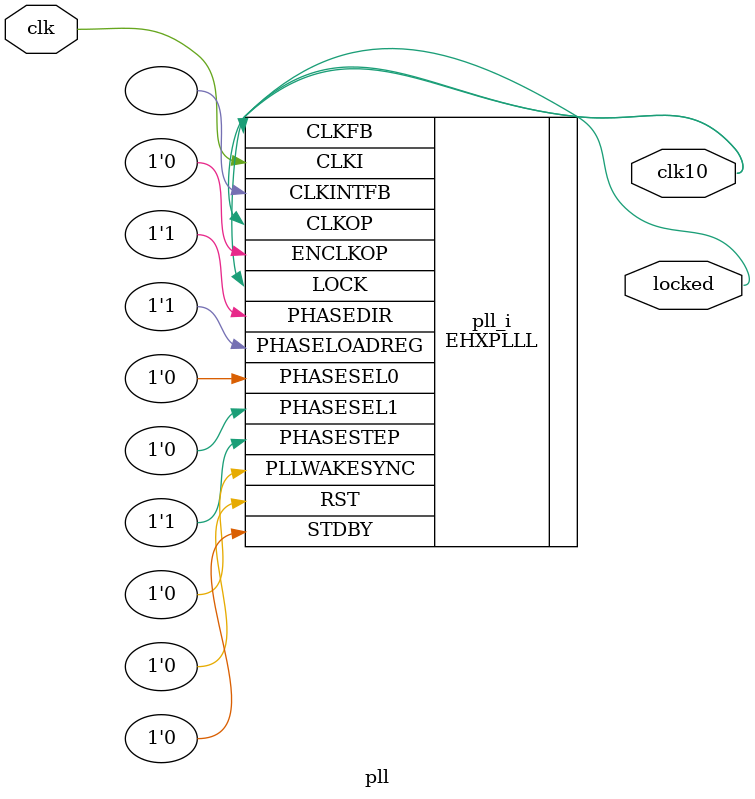
<source format=v>
module pll (
	clk,
	clk10,
	locked
);
	input clk;
	output wire clk10;
	output wire locked;
	(* FREQUENCY_PIN_CLKI = "20" *) (* FREQUENCY_PIN_CLKOP = "10" *) (* ICP_CURRENT = "12" *) (* LPF_RESISTOR = "8" *) (* MFG_ENABLE_FILTEROPAMP = "1" *) (* MFG_GMCREF_SEL = "2" *) EHXPLLL #(
		.PLLRST_ENA("DISABLED"),
		.INTFB_WAKE("DISABLED"),
		.STDBY_ENABLE("DISABLED"),
		.DPHASE_SOURCE("DISABLED"),
		.OUTDIVIDER_MUXA("DIVA"),
		.OUTDIVIDER_MUXB("DIVB"),
		.OUTDIVIDER_MUXC("DIVC"),
		.OUTDIVIDER_MUXD("DIVD"),
		.CLKI_DIV(2),
		.CLKOP_ENABLE("ENABLED"),
		.CLKOP_DIV(60),
		.CLKOP_CPHASE(30),
		.CLKOP_FPHASE(0),
		.FEEDBK_PATH("CLKOP"),
		.CLKFB_DIV(1)
	) pll_i(
		.RST(1'b0),
		.STDBY(1'b0),
		.CLKI(clk),
		.CLKOP(clk10),
		.CLKFB(clk10),
		.CLKINTFB(),
		.PHASESEL0(1'b0),
		.PHASESEL1(1'b0),
		.PHASEDIR(1'b1),
		.PHASESTEP(1'b1),
		.PHASELOADREG(1'b1),
		.PLLWAKESYNC(1'b0),
		.ENCLKOP(1'b0),
		.LOCK(locked)
	);
endmodule

</source>
